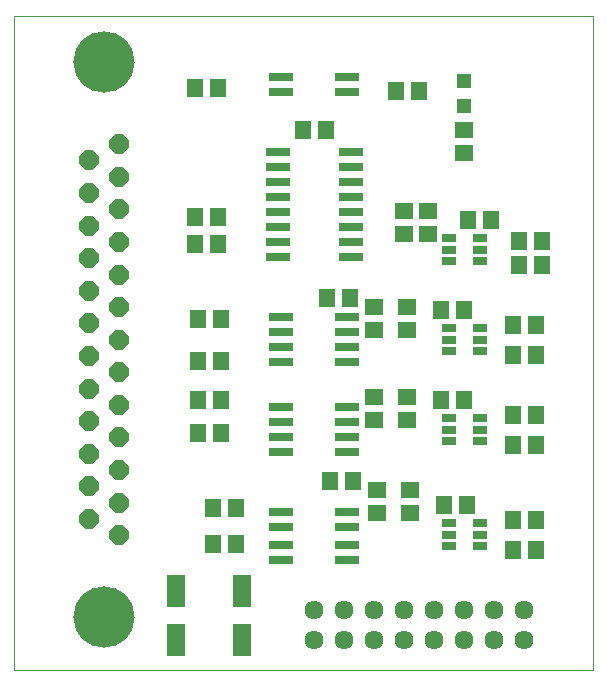
<source format=gts>
G75*
%MOIN*%
%OFA0B0*%
%FSLAX24Y24*%
%IPPOS*%
%LPD*%
%AMOC8*
5,1,8,0,0,1.08239X$1,22.5*
%
%ADD10C,0.0000*%
%ADD11C,0.0634*%
%ADD12R,0.0790X0.0290*%
%ADD13R,0.0552X0.0631*%
%ADD14R,0.0631X0.0552*%
%ADD15R,0.0840X0.0300*%
%ADD16R,0.0453X0.0276*%
%ADD17R,0.0512X0.0512*%
%ADD18R,0.0591X0.1064*%
%ADD19OC8,0.0640*%
%ADD20C,0.2040*%
D10*
X004030Y003000D02*
X004030Y024792D01*
X023321Y024792D01*
X023321Y003000D01*
X004030Y003000D01*
D11*
X014030Y004000D03*
X015030Y004000D03*
X015030Y005000D03*
X014030Y005000D03*
X016030Y005000D03*
X016030Y004000D03*
X017030Y004000D03*
X018030Y004000D03*
X018030Y005000D03*
X017030Y005000D03*
X019030Y005000D03*
X019030Y004000D03*
X020030Y004000D03*
X021030Y004000D03*
X021030Y005000D03*
X020030Y005000D03*
D12*
X015130Y006650D03*
X015130Y007150D03*
X015130Y007750D03*
X015130Y008250D03*
X015130Y010250D03*
X015130Y010750D03*
X015130Y011250D03*
X015130Y011750D03*
X015130Y013250D03*
X015130Y013750D03*
X015130Y014250D03*
X015130Y014750D03*
X012930Y014750D03*
X012930Y014250D03*
X012930Y013750D03*
X012930Y013250D03*
X012930Y011750D03*
X012930Y011250D03*
X012930Y010750D03*
X012930Y010250D03*
X012930Y008250D03*
X012930Y007750D03*
X012930Y007150D03*
X012930Y006650D03*
X012930Y022250D03*
X012930Y022750D03*
X015130Y022750D03*
X015130Y022250D03*
D13*
X014404Y021000D03*
X013656Y021000D03*
X010804Y022400D03*
X010056Y022400D03*
X010056Y018100D03*
X010804Y018100D03*
X010804Y017200D03*
X010056Y017200D03*
X010156Y014700D03*
X010904Y014700D03*
X010904Y013300D03*
X010156Y013300D03*
X010156Y012000D03*
X010904Y012000D03*
X010904Y010900D03*
X010156Y010900D03*
X010656Y008400D03*
X011404Y008400D03*
X011404Y007200D03*
X010656Y007200D03*
X014556Y009300D03*
X015304Y009300D03*
X018256Y012000D03*
X019004Y012000D03*
X020656Y011500D03*
X021404Y011500D03*
X021404Y010500D03*
X020656Y010500D03*
X019104Y008500D03*
X018356Y008500D03*
X020656Y008000D03*
X021404Y008000D03*
X021404Y007000D03*
X020656Y007000D03*
X020656Y013500D03*
X021404Y013500D03*
X021404Y014500D03*
X020656Y014500D03*
X019004Y015000D03*
X018256Y015000D03*
X020856Y016500D03*
X021604Y016500D03*
X021604Y017300D03*
X020856Y017300D03*
X019904Y018000D03*
X019156Y018000D03*
X017504Y022300D03*
X016756Y022300D03*
X015204Y015400D03*
X014456Y015400D03*
D14*
X016030Y015074D03*
X016030Y014326D03*
X017130Y014326D03*
X017130Y015074D03*
X017030Y017526D03*
X017030Y018274D03*
X017830Y018274D03*
X017830Y017526D03*
X019030Y020226D03*
X019030Y020974D03*
X017130Y012074D03*
X017130Y011326D03*
X016030Y011326D03*
X016030Y012074D03*
X016130Y008974D03*
X016130Y008226D03*
X017230Y008226D03*
X017230Y008974D03*
D15*
X015240Y016750D03*
X015240Y017250D03*
X015240Y017750D03*
X015240Y018250D03*
X015240Y018750D03*
X015240Y019250D03*
X015240Y019750D03*
X015240Y020250D03*
X012820Y020250D03*
X012820Y019750D03*
X012820Y019250D03*
X012820Y018750D03*
X012820Y018250D03*
X012820Y017750D03*
X012820Y017250D03*
X012820Y016750D03*
D16*
X018499Y016626D03*
X018499Y017000D03*
X018499Y017374D03*
X019561Y017374D03*
X019561Y017000D03*
X019561Y016626D03*
X019561Y014374D03*
X019561Y014000D03*
X019561Y013626D03*
X018499Y013626D03*
X018499Y014000D03*
X018499Y014374D03*
X018499Y011374D03*
X018499Y011000D03*
X018499Y010626D03*
X019561Y010626D03*
X019561Y011000D03*
X019561Y011374D03*
X019561Y007874D03*
X019561Y007500D03*
X019561Y007126D03*
X018499Y007126D03*
X018499Y007500D03*
X018499Y007874D03*
D17*
X019030Y021787D03*
X019030Y022614D03*
D18*
X011630Y005607D03*
X011630Y003993D03*
X009430Y003993D03*
X009430Y005607D03*
D19*
X007530Y007480D03*
X007530Y008570D03*
X007530Y009650D03*
X007530Y010740D03*
X007530Y011830D03*
X007530Y012910D03*
X007530Y014000D03*
X007530Y015090D03*
X007530Y016170D03*
X007530Y017260D03*
X007530Y018350D03*
X007530Y019430D03*
X007530Y020520D03*
X006530Y019980D03*
X006530Y018890D03*
X006530Y017800D03*
X006530Y016720D03*
X006530Y015630D03*
X006530Y014540D03*
X006530Y013460D03*
X006530Y012370D03*
X006530Y011280D03*
X006530Y010200D03*
X006530Y009110D03*
X006530Y008020D03*
D20*
X007030Y004740D03*
X007030Y023260D03*
M02*

</source>
